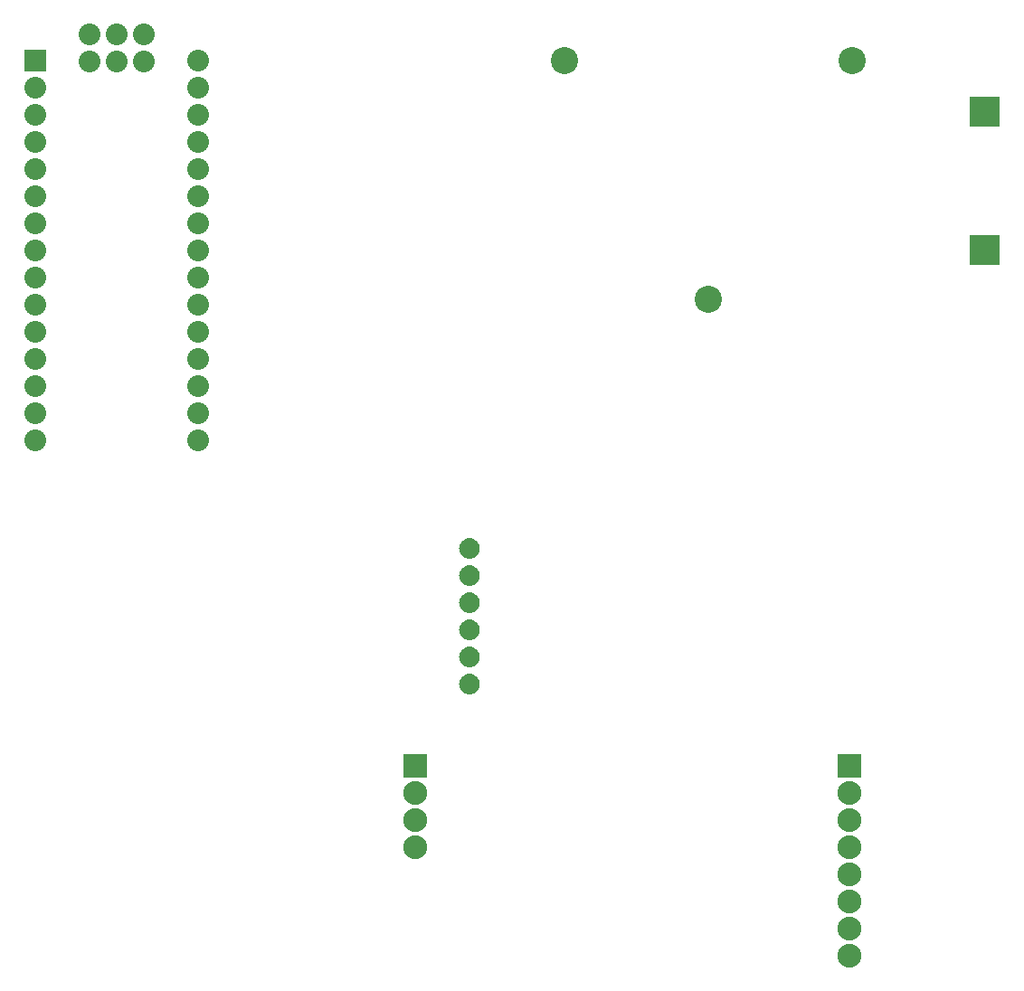
<source format=gbs>
G04 MADE WITH FRITZING*
G04 WWW.FRITZING.ORG*
G04 DOUBLE SIDED*
G04 HOLES PLATED*
G04 CONTOUR ON CENTER OF CONTOUR VECTOR*
%ASAXBY*%
%FSLAX23Y23*%
%MOIN*%
%OFA0B0*%
%SFA1.0B1.0*%
%ADD10C,0.080000*%
%ADD11C,0.110000*%
%ADD12C,0.100000*%
%ADD13C,0.088000*%
%ADD14C,0.087972*%
%ADD15R,0.079958X0.080000*%
%ADD16R,0.088167X0.088000*%
%ADD17R,0.088000X0.088000*%
%ADD18R,0.001000X0.001000*%
%LNMASK0*%
G90*
G70*
G54D10*
X343Y3442D03*
X343Y3342D03*
X343Y3242D03*
X343Y3142D03*
X343Y3042D03*
X343Y2942D03*
X343Y2842D03*
X343Y2742D03*
X343Y2642D03*
X343Y2542D03*
X343Y2442D03*
X343Y2342D03*
X343Y2242D03*
X343Y2142D03*
X343Y2042D03*
X943Y3442D03*
X943Y3342D03*
X943Y3242D03*
X943Y3142D03*
X943Y3042D03*
X943Y2942D03*
X943Y2842D03*
X943Y2742D03*
X943Y2642D03*
X943Y2542D03*
X943Y2442D03*
X943Y2342D03*
X943Y2242D03*
X943Y2142D03*
X943Y2042D03*
X544Y3537D03*
X544Y3437D03*
X644Y3537D03*
X644Y3437D03*
X744Y3537D03*
X744Y3437D03*
G54D11*
X3843Y3252D03*
X3843Y2742D03*
G54D12*
X2823Y2562D03*
X2293Y3442D03*
X3353Y3442D03*
G54D13*
X1743Y542D03*
X1743Y642D03*
X1743Y742D03*
G54D14*
X1743Y842D03*
G54D13*
X3343Y842D03*
X3343Y742D03*
X3343Y642D03*
X3343Y542D03*
X3343Y442D03*
X3343Y342D03*
X3343Y242D03*
X3343Y142D03*
G54D15*
X343Y3442D03*
G54D16*
X1743Y842D03*
G54D17*
X3343Y842D03*
G54D18*
X3789Y3307D02*
X3897Y3307D01*
X3788Y3306D02*
X3897Y3306D01*
X3788Y3305D02*
X3897Y3305D01*
X3788Y3304D02*
X3897Y3304D01*
X3788Y3303D02*
X3897Y3303D01*
X3788Y3302D02*
X3897Y3302D01*
X3788Y3301D02*
X3897Y3301D01*
X3788Y3300D02*
X3897Y3300D01*
X3788Y3299D02*
X3897Y3299D01*
X3788Y3298D02*
X3897Y3298D01*
X3788Y3297D02*
X3897Y3297D01*
X3788Y3296D02*
X3897Y3296D01*
X3788Y3295D02*
X3897Y3295D01*
X3788Y3294D02*
X3897Y3294D01*
X3788Y3293D02*
X3897Y3293D01*
X3788Y3292D02*
X3897Y3292D01*
X3788Y3291D02*
X3897Y3291D01*
X3788Y3290D02*
X3897Y3290D01*
X3788Y3289D02*
X3897Y3289D01*
X3788Y3288D02*
X3897Y3288D01*
X3788Y3287D02*
X3842Y3287D01*
X3844Y3287D02*
X3897Y3287D01*
X3788Y3286D02*
X3834Y3286D01*
X3852Y3286D02*
X3897Y3286D01*
X3788Y3285D02*
X3831Y3285D01*
X3855Y3285D02*
X3897Y3285D01*
X3788Y3284D02*
X3828Y3284D01*
X3858Y3284D02*
X3897Y3284D01*
X3788Y3283D02*
X3826Y3283D01*
X3860Y3283D02*
X3897Y3283D01*
X3788Y3282D02*
X3824Y3282D01*
X3862Y3282D02*
X3897Y3282D01*
X3788Y3281D02*
X3823Y3281D01*
X3863Y3281D02*
X3897Y3281D01*
X3788Y3280D02*
X3821Y3280D01*
X3864Y3280D02*
X3897Y3280D01*
X3788Y3279D02*
X3820Y3279D01*
X3866Y3279D02*
X3897Y3279D01*
X3788Y3278D02*
X3819Y3278D01*
X3867Y3278D02*
X3897Y3278D01*
X3788Y3277D02*
X3818Y3277D01*
X3868Y3277D02*
X3897Y3277D01*
X3788Y3276D02*
X3817Y3276D01*
X3869Y3276D02*
X3897Y3276D01*
X3788Y3275D02*
X3816Y3275D01*
X3870Y3275D02*
X3897Y3275D01*
X3788Y3274D02*
X3815Y3274D01*
X3871Y3274D02*
X3897Y3274D01*
X3788Y3273D02*
X3814Y3273D01*
X3871Y3273D02*
X3897Y3273D01*
X3788Y3272D02*
X3814Y3272D01*
X3872Y3272D02*
X3897Y3272D01*
X3788Y3271D02*
X3813Y3271D01*
X3873Y3271D02*
X3897Y3271D01*
X3788Y3270D02*
X3812Y3270D01*
X3873Y3270D02*
X3897Y3270D01*
X3788Y3269D02*
X3812Y3269D01*
X3874Y3269D02*
X3897Y3269D01*
X3788Y3268D02*
X3811Y3268D01*
X3875Y3268D02*
X3897Y3268D01*
X3788Y3267D02*
X3811Y3267D01*
X3875Y3267D02*
X3897Y3267D01*
X3788Y3266D02*
X3810Y3266D01*
X3876Y3266D02*
X3897Y3266D01*
X3788Y3265D02*
X3810Y3265D01*
X3876Y3265D02*
X3897Y3265D01*
X3788Y3264D02*
X3809Y3264D01*
X3876Y3264D02*
X3897Y3264D01*
X3788Y3263D02*
X3809Y3263D01*
X3877Y3263D02*
X3897Y3263D01*
X3788Y3262D02*
X3809Y3262D01*
X3877Y3262D02*
X3897Y3262D01*
X3788Y3261D02*
X3809Y3261D01*
X3877Y3261D02*
X3897Y3261D01*
X3788Y3260D02*
X3808Y3260D01*
X3878Y3260D02*
X3897Y3260D01*
X3788Y3259D02*
X3808Y3259D01*
X3878Y3259D02*
X3897Y3259D01*
X3788Y3258D02*
X3808Y3258D01*
X3878Y3258D02*
X3897Y3258D01*
X3788Y3257D02*
X3808Y3257D01*
X3878Y3257D02*
X3897Y3257D01*
X3788Y3256D02*
X3808Y3256D01*
X3878Y3256D02*
X3897Y3256D01*
X3788Y3255D02*
X3808Y3255D01*
X3878Y3255D02*
X3897Y3255D01*
X3788Y3254D02*
X3808Y3254D01*
X3878Y3254D02*
X3897Y3254D01*
X3788Y3253D02*
X3807Y3253D01*
X3878Y3253D02*
X3897Y3253D01*
X3788Y3252D02*
X3807Y3252D01*
X3878Y3252D02*
X3897Y3252D01*
X3788Y3251D02*
X3807Y3251D01*
X3878Y3251D02*
X3897Y3251D01*
X3788Y3250D02*
X3808Y3250D01*
X3878Y3250D02*
X3897Y3250D01*
X3788Y3249D02*
X3808Y3249D01*
X3878Y3249D02*
X3897Y3249D01*
X3788Y3248D02*
X3808Y3248D01*
X3878Y3248D02*
X3897Y3248D01*
X3788Y3247D02*
X3808Y3247D01*
X3878Y3247D02*
X3897Y3247D01*
X3788Y3246D02*
X3808Y3246D01*
X3878Y3246D02*
X3897Y3246D01*
X3788Y3245D02*
X3808Y3245D01*
X3878Y3245D02*
X3897Y3245D01*
X3788Y3244D02*
X3808Y3244D01*
X3878Y3244D02*
X3897Y3244D01*
X3788Y3243D02*
X3809Y3243D01*
X3877Y3243D02*
X3897Y3243D01*
X3788Y3242D02*
X3809Y3242D01*
X3877Y3242D02*
X3897Y3242D01*
X3788Y3241D02*
X3809Y3241D01*
X3877Y3241D02*
X3897Y3241D01*
X3788Y3240D02*
X3809Y3240D01*
X3876Y3240D02*
X3897Y3240D01*
X3788Y3239D02*
X3810Y3239D01*
X3876Y3239D02*
X3897Y3239D01*
X3788Y3238D02*
X3810Y3238D01*
X3876Y3238D02*
X3897Y3238D01*
X3788Y3237D02*
X3811Y3237D01*
X3875Y3237D02*
X3897Y3237D01*
X3788Y3236D02*
X3811Y3236D01*
X3875Y3236D02*
X3897Y3236D01*
X3788Y3235D02*
X3812Y3235D01*
X3874Y3235D02*
X3897Y3235D01*
X3788Y3234D02*
X3812Y3234D01*
X3873Y3234D02*
X3897Y3234D01*
X3788Y3233D02*
X3813Y3233D01*
X3873Y3233D02*
X3897Y3233D01*
X3788Y3232D02*
X3814Y3232D01*
X3872Y3232D02*
X3897Y3232D01*
X3788Y3231D02*
X3814Y3231D01*
X3871Y3231D02*
X3897Y3231D01*
X3788Y3230D02*
X3815Y3230D01*
X3871Y3230D02*
X3897Y3230D01*
X3788Y3229D02*
X3816Y3229D01*
X3870Y3229D02*
X3897Y3229D01*
X3788Y3228D02*
X3817Y3228D01*
X3869Y3228D02*
X3897Y3228D01*
X3788Y3227D02*
X3818Y3227D01*
X3868Y3227D02*
X3897Y3227D01*
X3788Y3226D02*
X3819Y3226D01*
X3867Y3226D02*
X3897Y3226D01*
X3788Y3225D02*
X3820Y3225D01*
X3866Y3225D02*
X3897Y3225D01*
X3788Y3224D02*
X3821Y3224D01*
X3864Y3224D02*
X3897Y3224D01*
X3788Y3223D02*
X3823Y3223D01*
X3863Y3223D02*
X3897Y3223D01*
X3788Y3222D02*
X3824Y3222D01*
X3861Y3222D02*
X3897Y3222D01*
X3788Y3221D02*
X3826Y3221D01*
X3860Y3221D02*
X3897Y3221D01*
X3788Y3220D02*
X3828Y3220D01*
X3858Y3220D02*
X3897Y3220D01*
X3788Y3219D02*
X3831Y3219D01*
X3855Y3219D02*
X3897Y3219D01*
X3788Y3218D02*
X3834Y3218D01*
X3852Y3218D02*
X3897Y3218D01*
X3788Y3217D02*
X3897Y3217D01*
X3788Y3216D02*
X3897Y3216D01*
X3788Y3215D02*
X3897Y3215D01*
X3788Y3214D02*
X3897Y3214D01*
X3788Y3213D02*
X3897Y3213D01*
X3788Y3212D02*
X3897Y3212D01*
X3788Y3211D02*
X3897Y3211D01*
X3788Y3210D02*
X3897Y3210D01*
X3788Y3209D02*
X3897Y3209D01*
X3788Y3208D02*
X3897Y3208D01*
X3788Y3207D02*
X3897Y3207D01*
X3788Y3206D02*
X3897Y3206D01*
X3788Y3205D02*
X3897Y3205D01*
X3788Y3204D02*
X3897Y3204D01*
X3788Y3203D02*
X3897Y3203D01*
X3788Y3202D02*
X3897Y3202D01*
X3788Y3201D02*
X3897Y3201D01*
X3788Y3200D02*
X3897Y3200D01*
X3788Y3199D02*
X3897Y3199D01*
X3788Y3198D02*
X3897Y3198D01*
X3789Y2797D02*
X3897Y2797D01*
X3788Y2796D02*
X3897Y2796D01*
X3788Y2795D02*
X3897Y2795D01*
X3788Y2794D02*
X3897Y2794D01*
X3788Y2793D02*
X3897Y2793D01*
X3788Y2792D02*
X3897Y2792D01*
X3788Y2791D02*
X3897Y2791D01*
X3788Y2790D02*
X3897Y2790D01*
X3788Y2789D02*
X3897Y2789D01*
X3788Y2788D02*
X3897Y2788D01*
X3788Y2787D02*
X3897Y2787D01*
X3788Y2786D02*
X3897Y2786D01*
X3788Y2785D02*
X3897Y2785D01*
X3788Y2784D02*
X3897Y2784D01*
X3788Y2783D02*
X3897Y2783D01*
X3788Y2782D02*
X3897Y2782D01*
X3788Y2781D02*
X3897Y2781D01*
X3788Y2780D02*
X3897Y2780D01*
X3788Y2779D02*
X3897Y2779D01*
X3788Y2778D02*
X3897Y2778D01*
X3788Y2777D02*
X3842Y2777D01*
X3844Y2777D02*
X3897Y2777D01*
X3788Y2776D02*
X3834Y2776D01*
X3852Y2776D02*
X3897Y2776D01*
X3788Y2775D02*
X3831Y2775D01*
X3855Y2775D02*
X3897Y2775D01*
X3788Y2774D02*
X3828Y2774D01*
X3858Y2774D02*
X3897Y2774D01*
X3788Y2773D02*
X3826Y2773D01*
X3860Y2773D02*
X3897Y2773D01*
X3788Y2772D02*
X3824Y2772D01*
X3862Y2772D02*
X3897Y2772D01*
X3788Y2771D02*
X3823Y2771D01*
X3863Y2771D02*
X3897Y2771D01*
X3788Y2770D02*
X3821Y2770D01*
X3864Y2770D02*
X3897Y2770D01*
X3788Y2769D02*
X3820Y2769D01*
X3866Y2769D02*
X3897Y2769D01*
X3788Y2768D02*
X3819Y2768D01*
X3867Y2768D02*
X3897Y2768D01*
X3788Y2767D02*
X3818Y2767D01*
X3868Y2767D02*
X3897Y2767D01*
X3788Y2766D02*
X3817Y2766D01*
X3869Y2766D02*
X3897Y2766D01*
X3788Y2765D02*
X3816Y2765D01*
X3870Y2765D02*
X3897Y2765D01*
X3788Y2764D02*
X3815Y2764D01*
X3871Y2764D02*
X3897Y2764D01*
X3788Y2763D02*
X3814Y2763D01*
X3871Y2763D02*
X3897Y2763D01*
X3788Y2762D02*
X3814Y2762D01*
X3872Y2762D02*
X3897Y2762D01*
X3788Y2761D02*
X3813Y2761D01*
X3873Y2761D02*
X3897Y2761D01*
X3788Y2760D02*
X3812Y2760D01*
X3873Y2760D02*
X3897Y2760D01*
X3788Y2759D02*
X3812Y2759D01*
X3874Y2759D02*
X3897Y2759D01*
X3788Y2758D02*
X3811Y2758D01*
X3875Y2758D02*
X3897Y2758D01*
X3788Y2757D02*
X3811Y2757D01*
X3875Y2757D02*
X3897Y2757D01*
X3788Y2756D02*
X3810Y2756D01*
X3876Y2756D02*
X3897Y2756D01*
X3788Y2755D02*
X3810Y2755D01*
X3876Y2755D02*
X3897Y2755D01*
X3788Y2754D02*
X3809Y2754D01*
X3876Y2754D02*
X3897Y2754D01*
X3788Y2753D02*
X3809Y2753D01*
X3877Y2753D02*
X3897Y2753D01*
X3788Y2752D02*
X3809Y2752D01*
X3877Y2752D02*
X3897Y2752D01*
X3788Y2751D02*
X3809Y2751D01*
X3877Y2751D02*
X3897Y2751D01*
X3788Y2750D02*
X3808Y2750D01*
X3878Y2750D02*
X3897Y2750D01*
X3788Y2749D02*
X3808Y2749D01*
X3878Y2749D02*
X3897Y2749D01*
X3788Y2748D02*
X3808Y2748D01*
X3878Y2748D02*
X3897Y2748D01*
X3788Y2747D02*
X3808Y2747D01*
X3878Y2747D02*
X3897Y2747D01*
X3788Y2746D02*
X3808Y2746D01*
X3878Y2746D02*
X3897Y2746D01*
X3788Y2745D02*
X3808Y2745D01*
X3878Y2745D02*
X3897Y2745D01*
X3788Y2744D02*
X3808Y2744D01*
X3878Y2744D02*
X3897Y2744D01*
X3788Y2743D02*
X3807Y2743D01*
X3878Y2743D02*
X3897Y2743D01*
X3788Y2742D02*
X3807Y2742D01*
X3878Y2742D02*
X3897Y2742D01*
X3788Y2741D02*
X3807Y2741D01*
X3878Y2741D02*
X3897Y2741D01*
X3788Y2740D02*
X3808Y2740D01*
X3878Y2740D02*
X3897Y2740D01*
X3788Y2739D02*
X3808Y2739D01*
X3878Y2739D02*
X3897Y2739D01*
X3788Y2738D02*
X3808Y2738D01*
X3878Y2738D02*
X3897Y2738D01*
X3788Y2737D02*
X3808Y2737D01*
X3878Y2737D02*
X3897Y2737D01*
X3788Y2736D02*
X3808Y2736D01*
X3878Y2736D02*
X3897Y2736D01*
X3788Y2735D02*
X3808Y2735D01*
X3878Y2735D02*
X3897Y2735D01*
X3788Y2734D02*
X3808Y2734D01*
X3878Y2734D02*
X3897Y2734D01*
X3788Y2733D02*
X3809Y2733D01*
X3877Y2733D02*
X3897Y2733D01*
X3788Y2732D02*
X3809Y2732D01*
X3877Y2732D02*
X3897Y2732D01*
X3788Y2731D02*
X3809Y2731D01*
X3877Y2731D02*
X3897Y2731D01*
X3788Y2730D02*
X3809Y2730D01*
X3876Y2730D02*
X3897Y2730D01*
X3788Y2729D02*
X3810Y2729D01*
X3876Y2729D02*
X3897Y2729D01*
X3788Y2728D02*
X3810Y2728D01*
X3876Y2728D02*
X3897Y2728D01*
X3788Y2727D02*
X3811Y2727D01*
X3875Y2727D02*
X3897Y2727D01*
X3788Y2726D02*
X3811Y2726D01*
X3875Y2726D02*
X3897Y2726D01*
X3788Y2725D02*
X3812Y2725D01*
X3874Y2725D02*
X3897Y2725D01*
X3788Y2724D02*
X3812Y2724D01*
X3873Y2724D02*
X3897Y2724D01*
X3788Y2723D02*
X3813Y2723D01*
X3873Y2723D02*
X3897Y2723D01*
X3788Y2722D02*
X3814Y2722D01*
X3872Y2722D02*
X3897Y2722D01*
X3788Y2721D02*
X3814Y2721D01*
X3871Y2721D02*
X3897Y2721D01*
X3788Y2720D02*
X3815Y2720D01*
X3871Y2720D02*
X3897Y2720D01*
X3788Y2719D02*
X3816Y2719D01*
X3870Y2719D02*
X3897Y2719D01*
X3788Y2718D02*
X3817Y2718D01*
X3869Y2718D02*
X3897Y2718D01*
X3788Y2717D02*
X3818Y2717D01*
X3868Y2717D02*
X3897Y2717D01*
X3788Y2716D02*
X3819Y2716D01*
X3867Y2716D02*
X3897Y2716D01*
X3788Y2715D02*
X3820Y2715D01*
X3866Y2715D02*
X3897Y2715D01*
X3788Y2714D02*
X3821Y2714D01*
X3864Y2714D02*
X3897Y2714D01*
X3788Y2713D02*
X3823Y2713D01*
X3863Y2713D02*
X3897Y2713D01*
X3788Y2712D02*
X3824Y2712D01*
X3861Y2712D02*
X3897Y2712D01*
X3788Y2711D02*
X3826Y2711D01*
X3860Y2711D02*
X3897Y2711D01*
X3788Y2710D02*
X3828Y2710D01*
X3858Y2710D02*
X3897Y2710D01*
X3788Y2709D02*
X3831Y2709D01*
X3855Y2709D02*
X3897Y2709D01*
X3788Y2708D02*
X3834Y2708D01*
X3852Y2708D02*
X3897Y2708D01*
X3788Y2707D02*
X3897Y2707D01*
X3788Y2706D02*
X3897Y2706D01*
X3788Y2705D02*
X3897Y2705D01*
X3788Y2704D02*
X3897Y2704D01*
X3788Y2703D02*
X3897Y2703D01*
X3788Y2702D02*
X3897Y2702D01*
X3788Y2701D02*
X3897Y2701D01*
X3788Y2700D02*
X3897Y2700D01*
X3788Y2699D02*
X3897Y2699D01*
X3788Y2698D02*
X3897Y2698D01*
X3788Y2697D02*
X3897Y2697D01*
X3788Y2696D02*
X3897Y2696D01*
X3788Y2695D02*
X3897Y2695D01*
X3788Y2694D02*
X3897Y2694D01*
X3788Y2693D02*
X3897Y2693D01*
X3788Y2692D02*
X3897Y2692D01*
X3788Y2691D02*
X3897Y2691D01*
X3788Y2690D02*
X3897Y2690D01*
X3788Y2689D02*
X3897Y2689D01*
X3788Y2688D02*
X3897Y2688D01*
X1943Y1680D02*
X1943Y1680D01*
X1935Y1679D02*
X1951Y1679D01*
X1931Y1678D02*
X1954Y1678D01*
X1929Y1677D02*
X1957Y1677D01*
X1927Y1676D02*
X1959Y1676D01*
X1925Y1675D02*
X1961Y1675D01*
X1923Y1674D02*
X1963Y1674D01*
X1922Y1673D02*
X1964Y1673D01*
X1920Y1672D02*
X1966Y1672D01*
X1919Y1671D02*
X1967Y1671D01*
X1918Y1670D02*
X1968Y1670D01*
X1917Y1669D02*
X1969Y1669D01*
X1916Y1668D02*
X1970Y1668D01*
X1915Y1667D02*
X1971Y1667D01*
X1914Y1666D02*
X1972Y1666D01*
X1913Y1665D02*
X1973Y1665D01*
X1913Y1664D02*
X1973Y1664D01*
X1912Y1663D02*
X1974Y1663D01*
X1911Y1662D02*
X1975Y1662D01*
X1911Y1661D02*
X1975Y1661D01*
X1910Y1660D02*
X1976Y1660D01*
X1909Y1659D02*
X1976Y1659D01*
X1909Y1658D02*
X1977Y1658D01*
X1909Y1657D02*
X1977Y1657D01*
X1908Y1656D02*
X1978Y1656D01*
X1908Y1655D02*
X1978Y1655D01*
X1907Y1654D02*
X1978Y1654D01*
X1907Y1653D02*
X1979Y1653D01*
X1907Y1652D02*
X1979Y1652D01*
X1907Y1651D02*
X1979Y1651D01*
X1906Y1650D02*
X1979Y1650D01*
X1906Y1649D02*
X1980Y1649D01*
X1906Y1648D02*
X1980Y1648D01*
X1906Y1647D02*
X1980Y1647D01*
X1906Y1646D02*
X1980Y1646D01*
X1906Y1645D02*
X1980Y1645D01*
X1906Y1644D02*
X1980Y1644D01*
X1905Y1643D02*
X1980Y1643D01*
X1905Y1642D02*
X1980Y1642D01*
X1905Y1641D02*
X1980Y1641D01*
X1906Y1640D02*
X1980Y1640D01*
X1906Y1639D02*
X1980Y1639D01*
X1906Y1638D02*
X1980Y1638D01*
X1906Y1637D02*
X1980Y1637D01*
X1906Y1636D02*
X1980Y1636D01*
X1906Y1635D02*
X1980Y1635D01*
X1906Y1634D02*
X1979Y1634D01*
X1907Y1633D02*
X1979Y1633D01*
X1907Y1632D02*
X1979Y1632D01*
X1907Y1631D02*
X1979Y1631D01*
X1907Y1630D02*
X1978Y1630D01*
X1908Y1629D02*
X1978Y1629D01*
X1908Y1628D02*
X1978Y1628D01*
X1909Y1627D02*
X1977Y1627D01*
X1909Y1626D02*
X1977Y1626D01*
X1910Y1625D02*
X1976Y1625D01*
X1910Y1624D02*
X1976Y1624D01*
X1911Y1623D02*
X1975Y1623D01*
X1911Y1622D02*
X1975Y1622D01*
X1912Y1621D02*
X1974Y1621D01*
X1913Y1620D02*
X1973Y1620D01*
X1913Y1619D02*
X1973Y1619D01*
X1914Y1618D02*
X1972Y1618D01*
X1915Y1617D02*
X1971Y1617D01*
X1916Y1616D02*
X1970Y1616D01*
X1917Y1615D02*
X1969Y1615D01*
X1918Y1614D02*
X1968Y1614D01*
X1919Y1613D02*
X1967Y1613D01*
X1920Y1612D02*
X1966Y1612D01*
X1922Y1611D02*
X1964Y1611D01*
X1923Y1610D02*
X1963Y1610D01*
X1925Y1609D02*
X1961Y1609D01*
X1927Y1608D02*
X1959Y1608D01*
X1929Y1607D02*
X1957Y1607D01*
X1932Y1606D02*
X1954Y1606D01*
X1935Y1605D02*
X1951Y1605D01*
X1943Y1580D02*
X1943Y1580D01*
X1935Y1579D02*
X1951Y1579D01*
X1931Y1578D02*
X1954Y1578D01*
X1929Y1577D02*
X1957Y1577D01*
X1927Y1576D02*
X1959Y1576D01*
X1925Y1575D02*
X1961Y1575D01*
X1923Y1574D02*
X1963Y1574D01*
X1922Y1573D02*
X1964Y1573D01*
X1920Y1572D02*
X1966Y1572D01*
X1919Y1571D02*
X1967Y1571D01*
X1918Y1570D02*
X1968Y1570D01*
X1917Y1569D02*
X1969Y1569D01*
X1916Y1568D02*
X1970Y1568D01*
X1915Y1567D02*
X1971Y1567D01*
X1914Y1566D02*
X1972Y1566D01*
X1913Y1565D02*
X1973Y1565D01*
X1913Y1564D02*
X1973Y1564D01*
X1912Y1563D02*
X1974Y1563D01*
X1911Y1562D02*
X1975Y1562D01*
X1911Y1561D02*
X1975Y1561D01*
X1910Y1560D02*
X1976Y1560D01*
X1909Y1559D02*
X1976Y1559D01*
X1909Y1558D02*
X1977Y1558D01*
X1909Y1557D02*
X1977Y1557D01*
X1908Y1556D02*
X1978Y1556D01*
X1908Y1555D02*
X1978Y1555D01*
X1907Y1554D02*
X1978Y1554D01*
X1907Y1553D02*
X1979Y1553D01*
X1907Y1552D02*
X1979Y1552D01*
X1907Y1551D02*
X1979Y1551D01*
X1906Y1550D02*
X1979Y1550D01*
X1906Y1549D02*
X1980Y1549D01*
X1906Y1548D02*
X1980Y1548D01*
X1906Y1547D02*
X1980Y1547D01*
X1906Y1546D02*
X1980Y1546D01*
X1906Y1545D02*
X1980Y1545D01*
X1906Y1544D02*
X1980Y1544D01*
X1905Y1543D02*
X1980Y1543D01*
X1905Y1542D02*
X1980Y1542D01*
X1905Y1541D02*
X1980Y1541D01*
X1906Y1540D02*
X1980Y1540D01*
X1906Y1539D02*
X1980Y1539D01*
X1906Y1538D02*
X1980Y1538D01*
X1906Y1537D02*
X1980Y1537D01*
X1906Y1536D02*
X1980Y1536D01*
X1906Y1535D02*
X1980Y1535D01*
X1906Y1534D02*
X1979Y1534D01*
X1907Y1533D02*
X1979Y1533D01*
X1907Y1532D02*
X1979Y1532D01*
X1907Y1531D02*
X1979Y1531D01*
X1907Y1530D02*
X1978Y1530D01*
X1908Y1529D02*
X1978Y1529D01*
X1908Y1528D02*
X1978Y1528D01*
X1909Y1527D02*
X1977Y1527D01*
X1909Y1526D02*
X1977Y1526D01*
X1910Y1525D02*
X1976Y1525D01*
X1910Y1524D02*
X1976Y1524D01*
X1911Y1523D02*
X1975Y1523D01*
X1911Y1522D02*
X1975Y1522D01*
X1912Y1521D02*
X1974Y1521D01*
X1913Y1520D02*
X1973Y1520D01*
X1913Y1519D02*
X1973Y1519D01*
X1914Y1518D02*
X1972Y1518D01*
X1915Y1517D02*
X1971Y1517D01*
X1916Y1516D02*
X1970Y1516D01*
X1917Y1515D02*
X1969Y1515D01*
X1918Y1514D02*
X1968Y1514D01*
X1919Y1513D02*
X1967Y1513D01*
X1920Y1512D02*
X1966Y1512D01*
X1922Y1511D02*
X1964Y1511D01*
X1923Y1510D02*
X1963Y1510D01*
X1925Y1509D02*
X1961Y1509D01*
X1927Y1508D02*
X1959Y1508D01*
X1929Y1507D02*
X1957Y1507D01*
X1932Y1506D02*
X1954Y1506D01*
X1935Y1505D02*
X1951Y1505D01*
X1943Y1480D02*
X1943Y1480D01*
X1935Y1479D02*
X1951Y1479D01*
X1931Y1478D02*
X1955Y1478D01*
X1929Y1477D02*
X1957Y1477D01*
X1927Y1476D02*
X1959Y1476D01*
X1925Y1475D02*
X1961Y1475D01*
X1923Y1474D02*
X1963Y1474D01*
X1922Y1473D02*
X1964Y1473D01*
X1920Y1472D02*
X1966Y1472D01*
X1919Y1471D02*
X1967Y1471D01*
X1918Y1470D02*
X1968Y1470D01*
X1917Y1469D02*
X1969Y1469D01*
X1916Y1468D02*
X1970Y1468D01*
X1915Y1467D02*
X1971Y1467D01*
X1914Y1466D02*
X1972Y1466D01*
X1913Y1465D02*
X1973Y1465D01*
X1913Y1464D02*
X1973Y1464D01*
X1912Y1463D02*
X1974Y1463D01*
X1911Y1462D02*
X1975Y1462D01*
X1911Y1461D02*
X1975Y1461D01*
X1910Y1460D02*
X1976Y1460D01*
X1909Y1459D02*
X1976Y1459D01*
X1909Y1458D02*
X1977Y1458D01*
X1909Y1457D02*
X1977Y1457D01*
X1908Y1456D02*
X1978Y1456D01*
X1908Y1455D02*
X1978Y1455D01*
X1907Y1454D02*
X1978Y1454D01*
X1907Y1453D02*
X1979Y1453D01*
X1907Y1452D02*
X1979Y1452D01*
X1907Y1451D02*
X1979Y1451D01*
X1906Y1450D02*
X1980Y1450D01*
X1906Y1449D02*
X1980Y1449D01*
X1906Y1448D02*
X1980Y1448D01*
X1906Y1447D02*
X1980Y1447D01*
X1906Y1446D02*
X1980Y1446D01*
X1906Y1445D02*
X1980Y1445D01*
X1906Y1444D02*
X1980Y1444D01*
X1905Y1443D02*
X1980Y1443D01*
X1905Y1442D02*
X1980Y1442D01*
X1905Y1441D02*
X1980Y1441D01*
X1906Y1440D02*
X1980Y1440D01*
X1906Y1439D02*
X1980Y1439D01*
X1906Y1438D02*
X1980Y1438D01*
X1906Y1437D02*
X1980Y1437D01*
X1906Y1436D02*
X1980Y1436D01*
X1906Y1435D02*
X1980Y1435D01*
X1906Y1434D02*
X1979Y1434D01*
X1907Y1433D02*
X1979Y1433D01*
X1907Y1432D02*
X1979Y1432D01*
X1907Y1431D02*
X1979Y1431D01*
X1907Y1430D02*
X1978Y1430D01*
X1908Y1429D02*
X1978Y1429D01*
X1908Y1428D02*
X1978Y1428D01*
X1909Y1427D02*
X1977Y1427D01*
X1909Y1426D02*
X1977Y1426D01*
X1910Y1425D02*
X1976Y1425D01*
X1910Y1424D02*
X1976Y1424D01*
X1911Y1423D02*
X1975Y1423D01*
X1911Y1422D02*
X1975Y1422D01*
X1912Y1421D02*
X1974Y1421D01*
X1913Y1420D02*
X1973Y1420D01*
X1913Y1419D02*
X1973Y1419D01*
X1914Y1418D02*
X1972Y1418D01*
X1915Y1417D02*
X1971Y1417D01*
X1916Y1416D02*
X1970Y1416D01*
X1917Y1415D02*
X1969Y1415D01*
X1918Y1414D02*
X1968Y1414D01*
X1919Y1413D02*
X1967Y1413D01*
X1920Y1412D02*
X1966Y1412D01*
X1922Y1411D02*
X1964Y1411D01*
X1923Y1410D02*
X1963Y1410D01*
X1925Y1409D02*
X1961Y1409D01*
X1927Y1408D02*
X1959Y1408D01*
X1929Y1407D02*
X1957Y1407D01*
X1932Y1406D02*
X1954Y1406D01*
X1935Y1405D02*
X1950Y1405D01*
X1943Y1380D02*
X1943Y1380D01*
X1935Y1379D02*
X1951Y1379D01*
X1931Y1378D02*
X1954Y1378D01*
X1929Y1377D02*
X1957Y1377D01*
X1927Y1376D02*
X1959Y1376D01*
X1925Y1375D02*
X1961Y1375D01*
X1923Y1374D02*
X1963Y1374D01*
X1922Y1373D02*
X1964Y1373D01*
X1920Y1372D02*
X1966Y1372D01*
X1919Y1371D02*
X1967Y1371D01*
X1918Y1370D02*
X1968Y1370D01*
X1917Y1369D02*
X1969Y1369D01*
X1916Y1368D02*
X1970Y1368D01*
X1915Y1367D02*
X1971Y1367D01*
X1914Y1366D02*
X1972Y1366D01*
X1913Y1365D02*
X1973Y1365D01*
X1913Y1364D02*
X1973Y1364D01*
X1912Y1363D02*
X1974Y1363D01*
X1911Y1362D02*
X1975Y1362D01*
X1911Y1361D02*
X1975Y1361D01*
X1910Y1360D02*
X1976Y1360D01*
X1909Y1359D02*
X1976Y1359D01*
X1909Y1358D02*
X1977Y1358D01*
X1909Y1357D02*
X1977Y1357D01*
X1908Y1356D02*
X1978Y1356D01*
X1908Y1355D02*
X1978Y1355D01*
X1907Y1354D02*
X1978Y1354D01*
X1907Y1353D02*
X1979Y1353D01*
X1907Y1352D02*
X1979Y1352D01*
X1907Y1351D02*
X1979Y1351D01*
X1906Y1350D02*
X1979Y1350D01*
X1906Y1349D02*
X1980Y1349D01*
X1906Y1348D02*
X1980Y1348D01*
X1906Y1347D02*
X1980Y1347D01*
X1906Y1346D02*
X1980Y1346D01*
X1906Y1345D02*
X1980Y1345D01*
X1906Y1344D02*
X1980Y1344D01*
X1905Y1343D02*
X1980Y1343D01*
X1905Y1342D02*
X1980Y1342D01*
X1905Y1341D02*
X1980Y1341D01*
X1906Y1340D02*
X1980Y1340D01*
X1906Y1339D02*
X1980Y1339D01*
X1906Y1338D02*
X1980Y1338D01*
X1906Y1337D02*
X1980Y1337D01*
X1906Y1336D02*
X1980Y1336D01*
X1906Y1335D02*
X1980Y1335D01*
X1906Y1334D02*
X1979Y1334D01*
X1907Y1333D02*
X1979Y1333D01*
X1907Y1332D02*
X1979Y1332D01*
X1907Y1331D02*
X1979Y1331D01*
X1907Y1330D02*
X1978Y1330D01*
X1908Y1329D02*
X1978Y1329D01*
X1908Y1328D02*
X1978Y1328D01*
X1909Y1327D02*
X1977Y1327D01*
X1909Y1326D02*
X1977Y1326D01*
X1910Y1325D02*
X1976Y1325D01*
X1910Y1324D02*
X1976Y1324D01*
X1911Y1323D02*
X1975Y1323D01*
X1911Y1322D02*
X1975Y1322D01*
X1912Y1321D02*
X1974Y1321D01*
X1913Y1320D02*
X1973Y1320D01*
X1913Y1319D02*
X1973Y1319D01*
X1914Y1318D02*
X1972Y1318D01*
X1915Y1317D02*
X1971Y1317D01*
X1916Y1316D02*
X1970Y1316D01*
X1917Y1315D02*
X1969Y1315D01*
X1918Y1314D02*
X1968Y1314D01*
X1919Y1313D02*
X1967Y1313D01*
X1920Y1312D02*
X1966Y1312D01*
X1922Y1311D02*
X1964Y1311D01*
X1923Y1310D02*
X1963Y1310D01*
X1925Y1309D02*
X1961Y1309D01*
X1927Y1308D02*
X1959Y1308D01*
X1929Y1307D02*
X1957Y1307D01*
X1932Y1306D02*
X1954Y1306D01*
X1935Y1305D02*
X1951Y1305D01*
X1943Y1280D02*
X1943Y1280D01*
X1935Y1279D02*
X1951Y1279D01*
X1931Y1278D02*
X1954Y1278D01*
X1929Y1277D02*
X1957Y1277D01*
X1927Y1276D02*
X1959Y1276D01*
X1925Y1275D02*
X1961Y1275D01*
X1923Y1274D02*
X1963Y1274D01*
X1922Y1273D02*
X1964Y1273D01*
X1920Y1272D02*
X1966Y1272D01*
X1919Y1271D02*
X1967Y1271D01*
X1918Y1270D02*
X1968Y1270D01*
X1917Y1269D02*
X1969Y1269D01*
X1916Y1268D02*
X1970Y1268D01*
X1915Y1267D02*
X1971Y1267D01*
X1914Y1266D02*
X1972Y1266D01*
X1913Y1265D02*
X1973Y1265D01*
X1913Y1264D02*
X1973Y1264D01*
X1912Y1263D02*
X1974Y1263D01*
X1911Y1262D02*
X1975Y1262D01*
X1911Y1261D02*
X1975Y1261D01*
X1910Y1260D02*
X1976Y1260D01*
X1910Y1259D02*
X1976Y1259D01*
X1909Y1258D02*
X1977Y1258D01*
X1909Y1257D02*
X1977Y1257D01*
X1908Y1256D02*
X1978Y1256D01*
X1908Y1255D02*
X1978Y1255D01*
X1907Y1254D02*
X1978Y1254D01*
X1907Y1253D02*
X1979Y1253D01*
X1907Y1252D02*
X1979Y1252D01*
X1907Y1251D02*
X1979Y1251D01*
X1906Y1250D02*
X1979Y1250D01*
X1906Y1249D02*
X1980Y1249D01*
X1906Y1248D02*
X1980Y1248D01*
X1906Y1247D02*
X1980Y1247D01*
X1906Y1246D02*
X1980Y1246D01*
X1906Y1245D02*
X1980Y1245D01*
X1906Y1244D02*
X1980Y1244D01*
X1905Y1243D02*
X1980Y1243D01*
X1905Y1242D02*
X1980Y1242D01*
X1905Y1241D02*
X1980Y1241D01*
X1906Y1240D02*
X1980Y1240D01*
X1906Y1239D02*
X1980Y1239D01*
X1906Y1238D02*
X1980Y1238D01*
X1906Y1237D02*
X1980Y1237D01*
X1906Y1236D02*
X1980Y1236D01*
X1906Y1235D02*
X1980Y1235D01*
X1906Y1234D02*
X1979Y1234D01*
X1907Y1233D02*
X1979Y1233D01*
X1907Y1232D02*
X1979Y1232D01*
X1907Y1231D02*
X1979Y1231D01*
X1907Y1230D02*
X1978Y1230D01*
X1908Y1229D02*
X1978Y1229D01*
X1908Y1228D02*
X1978Y1228D01*
X1909Y1227D02*
X1977Y1227D01*
X1909Y1226D02*
X1977Y1226D01*
X1910Y1225D02*
X1976Y1225D01*
X1910Y1224D02*
X1976Y1224D01*
X1911Y1223D02*
X1975Y1223D01*
X1911Y1222D02*
X1975Y1222D01*
X1912Y1221D02*
X1974Y1221D01*
X1913Y1220D02*
X1973Y1220D01*
X1913Y1219D02*
X1973Y1219D01*
X1914Y1218D02*
X1972Y1218D01*
X1915Y1217D02*
X1971Y1217D01*
X1916Y1216D02*
X1970Y1216D01*
X1917Y1215D02*
X1969Y1215D01*
X1918Y1214D02*
X1968Y1214D01*
X1919Y1213D02*
X1967Y1213D01*
X1920Y1212D02*
X1966Y1212D01*
X1922Y1211D02*
X1964Y1211D01*
X1923Y1210D02*
X1963Y1210D01*
X1925Y1209D02*
X1961Y1209D01*
X1927Y1208D02*
X1959Y1208D01*
X1929Y1207D02*
X1957Y1207D01*
X1932Y1206D02*
X1954Y1206D01*
X1935Y1205D02*
X1951Y1205D01*
X1943Y1180D02*
X1943Y1180D01*
X1935Y1179D02*
X1951Y1179D01*
X1931Y1178D02*
X1955Y1178D01*
X1929Y1177D02*
X1957Y1177D01*
X1927Y1176D02*
X1959Y1176D01*
X1925Y1175D02*
X1961Y1175D01*
X1923Y1174D02*
X1963Y1174D01*
X1922Y1173D02*
X1964Y1173D01*
X1920Y1172D02*
X1966Y1172D01*
X1919Y1171D02*
X1967Y1171D01*
X1918Y1170D02*
X1968Y1170D01*
X1917Y1169D02*
X1969Y1169D01*
X1916Y1168D02*
X1970Y1168D01*
X1915Y1167D02*
X1971Y1167D01*
X1914Y1166D02*
X1972Y1166D01*
X1913Y1165D02*
X1973Y1165D01*
X1913Y1164D02*
X1973Y1164D01*
X1912Y1163D02*
X1974Y1163D01*
X1911Y1162D02*
X1975Y1162D01*
X1911Y1161D02*
X1975Y1161D01*
X1910Y1160D02*
X1976Y1160D01*
X1910Y1159D02*
X1976Y1159D01*
X1909Y1158D02*
X1977Y1158D01*
X1909Y1157D02*
X1977Y1157D01*
X1908Y1156D02*
X1978Y1156D01*
X1908Y1155D02*
X1978Y1155D01*
X1907Y1154D02*
X1978Y1154D01*
X1907Y1153D02*
X1979Y1153D01*
X1907Y1152D02*
X1979Y1152D01*
X1907Y1151D02*
X1979Y1151D01*
X1906Y1150D02*
X1980Y1150D01*
X1906Y1149D02*
X1980Y1149D01*
X1906Y1148D02*
X1980Y1148D01*
X1906Y1147D02*
X1980Y1147D01*
X1906Y1146D02*
X1980Y1146D01*
X1906Y1145D02*
X1980Y1145D01*
X1906Y1144D02*
X1980Y1144D01*
X1905Y1143D02*
X1980Y1143D01*
X1905Y1142D02*
X1980Y1142D01*
X1905Y1141D02*
X1980Y1141D01*
X1906Y1140D02*
X1980Y1140D01*
X1906Y1139D02*
X1980Y1139D01*
X1906Y1138D02*
X1980Y1138D01*
X1906Y1137D02*
X1980Y1137D01*
X1906Y1136D02*
X1980Y1136D01*
X1906Y1135D02*
X1980Y1135D01*
X1906Y1134D02*
X1979Y1134D01*
X1907Y1133D02*
X1979Y1133D01*
X1907Y1132D02*
X1979Y1132D01*
X1907Y1131D02*
X1979Y1131D01*
X1907Y1130D02*
X1978Y1130D01*
X1908Y1129D02*
X1978Y1129D01*
X1908Y1128D02*
X1978Y1128D01*
X1909Y1127D02*
X1977Y1127D01*
X1909Y1126D02*
X1977Y1126D01*
X1910Y1125D02*
X1976Y1125D01*
X1910Y1124D02*
X1976Y1124D01*
X1911Y1123D02*
X1975Y1123D01*
X1911Y1122D02*
X1975Y1122D01*
X1912Y1121D02*
X1974Y1121D01*
X1913Y1120D02*
X1973Y1120D01*
X1913Y1119D02*
X1973Y1119D01*
X1914Y1118D02*
X1972Y1118D01*
X1915Y1117D02*
X1971Y1117D01*
X1916Y1116D02*
X1970Y1116D01*
X1917Y1115D02*
X1969Y1115D01*
X1918Y1114D02*
X1968Y1114D01*
X1919Y1113D02*
X1967Y1113D01*
X1920Y1112D02*
X1966Y1112D01*
X1922Y1111D02*
X1964Y1111D01*
X1923Y1110D02*
X1963Y1110D01*
X1925Y1109D02*
X1961Y1109D01*
X1927Y1108D02*
X1959Y1108D01*
X1929Y1107D02*
X1957Y1107D01*
X1932Y1106D02*
X1954Y1106D01*
X1935Y1105D02*
X1951Y1105D01*
D02*
G04 End of Mask0*
M02*
</source>
